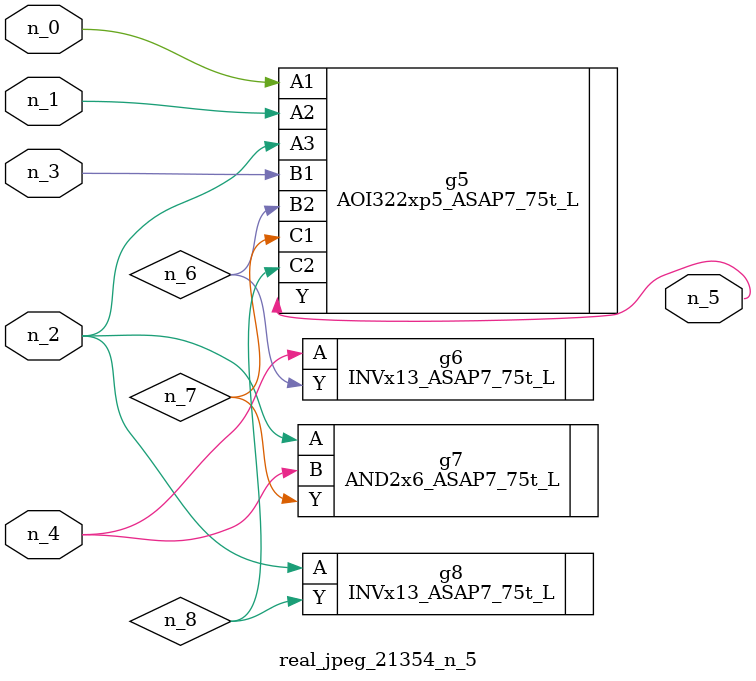
<source format=v>
module real_jpeg_21354_n_5 (n_4, n_0, n_1, n_2, n_3, n_5);

input n_4;
input n_0;
input n_1;
input n_2;
input n_3;

output n_5;

wire n_8;
wire n_6;
wire n_7;

AOI322xp5_ASAP7_75t_L g5 ( 
.A1(n_0),
.A2(n_1),
.A3(n_2),
.B1(n_3),
.B2(n_6),
.C1(n_7),
.C2(n_8),
.Y(n_5)
);

AND2x6_ASAP7_75t_L g7 ( 
.A(n_2),
.B(n_4),
.Y(n_7)
);

INVx13_ASAP7_75t_L g8 ( 
.A(n_2),
.Y(n_8)
);

INVx13_ASAP7_75t_L g6 ( 
.A(n_4),
.Y(n_6)
);


endmodule
</source>
